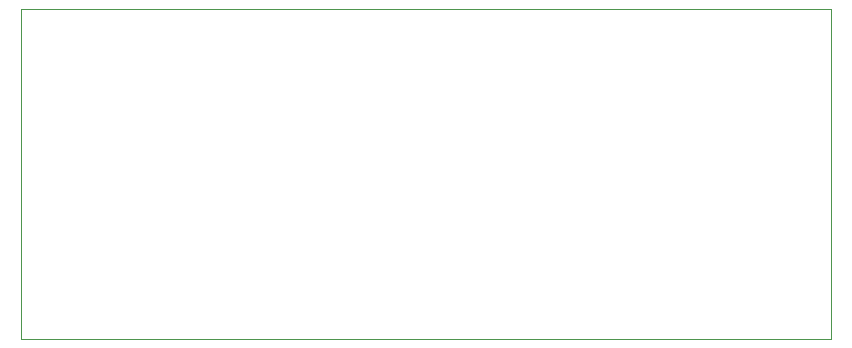
<source format=gbr>
%TF.GenerationSoftware,KiCad,Pcbnew,7.0.10*%
%TF.CreationDate,2024-01-12T02:52:17-05:00*%
%TF.ProjectId,ESP32,45535033-322e-46b6-9963-61645f706362,2*%
%TF.SameCoordinates,Original*%
%TF.FileFunction,Profile,NP*%
%FSLAX46Y46*%
G04 Gerber Fmt 4.6, Leading zero omitted, Abs format (unit mm)*
G04 Created by KiCad (PCBNEW 7.0.10) date 2024-01-12 02:52:17*
%MOMM*%
%LPD*%
G01*
G04 APERTURE LIST*
%TA.AperFunction,Profile*%
%ADD10C,0.100000*%
%TD*%
G04 APERTURE END LIST*
D10*
X180340000Y-86360000D02*
X111760000Y-86360000D01*
X180340000Y-114300000D02*
X180340000Y-86360000D01*
X111760000Y-114300000D02*
X180340000Y-114300000D01*
X111760000Y-86360000D02*
X111760000Y-114300000D01*
M02*

</source>
